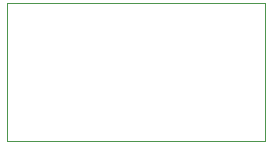
<source format=gm1>
%TF.GenerationSoftware,KiCad,Pcbnew,5.1.10-88a1d61d58~88~ubuntu20.04.1*%
%TF.CreationDate,2021-05-12T22:29:20-07:00*%
%TF.ProjectId,8-pin_soic_ic_tht_breakout,382d7069-6e5f-4736-9f69-635f69635f74,rev?*%
%TF.SameCoordinates,Original*%
%TF.FileFunction,Profile,NP*%
%FSLAX46Y46*%
G04 Gerber Fmt 4.6, Leading zero omitted, Abs format (unit mm)*
G04 Created by KiCad (PCBNEW 5.1.10-88a1d61d58~88~ubuntu20.04.1) date 2021-05-12 22:29:20*
%MOMM*%
%LPD*%
G01*
G04 APERTURE LIST*
%TA.AperFunction,Profile*%
%ADD10C,0.050000*%
%TD*%
G04 APERTURE END LIST*
D10*
X127508000Y-98552000D02*
X127508000Y-86868000D01*
X149352000Y-98552000D02*
X127508000Y-98552000D01*
X149352000Y-86868000D02*
X149352000Y-98552000D01*
X127508000Y-86868000D02*
X149352000Y-86868000D01*
M02*

</source>
